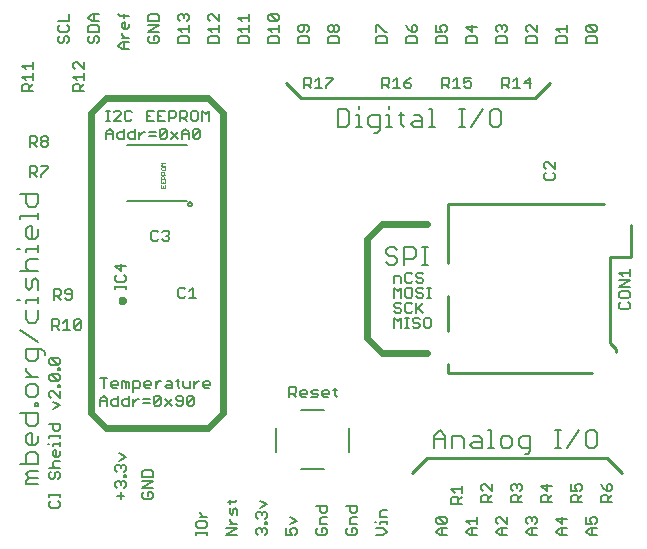
<source format=gto>
G75*
%MOIN*%
%OFA0B0*%
%FSLAX25Y25*%
%IPPOS*%
%LPD*%
%AMOC8*
5,1,8,0,0,1.08239X$1,22.5*
%
%ADD10C,0.00800*%
%ADD11C,0.00500*%
%ADD12C,0.01000*%
%ADD13C,0.02400*%
%ADD14C,0.00600*%
%ADD15C,0.00100*%
%ADD16C,0.00787*%
%ADD17C,0.01600*%
D10*
X0070600Y0041400D02*
X0066463Y0041400D01*
X0066463Y0042434D01*
X0067497Y0043468D01*
X0070600Y0043468D01*
X0067497Y0043468D02*
X0066463Y0044503D01*
X0067497Y0045537D01*
X0070600Y0045537D01*
X0064395Y0047845D02*
X0070600Y0047845D01*
X0070600Y0050948D01*
X0069566Y0051982D01*
X0067497Y0051982D01*
X0066463Y0050948D01*
X0066463Y0047845D01*
X0070600Y0057394D02*
X0070600Y0055325D01*
X0069566Y0054291D01*
X0067497Y0054291D01*
X0066463Y0055325D01*
X0066463Y0057394D01*
X0067497Y0058428D01*
X0068532Y0058428D01*
X0068532Y0054291D01*
X0064395Y0064873D02*
X0070600Y0064873D01*
X0070600Y0061771D01*
X0069566Y0060736D01*
X0067497Y0060736D01*
X0066463Y0061771D01*
X0066463Y0064873D01*
X0070600Y0067182D02*
X0069566Y0067182D01*
X0069566Y0068216D01*
X0070600Y0068216D01*
X0070600Y0067182D01*
X0070600Y0071439D02*
X0070600Y0073507D01*
X0069566Y0074542D01*
X0067497Y0074542D01*
X0066463Y0073507D01*
X0066463Y0071439D01*
X0067497Y0070405D01*
X0069566Y0070405D01*
X0070600Y0071439D01*
X0070600Y0076850D02*
X0066463Y0076850D01*
X0068532Y0076850D02*
X0066463Y0078919D01*
X0066463Y0079953D01*
X0072668Y0084290D02*
X0072668Y0085324D01*
X0071634Y0086358D01*
X0066463Y0086358D01*
X0066463Y0083256D01*
X0067497Y0082221D01*
X0069566Y0082221D01*
X0070600Y0083256D01*
X0070600Y0086358D01*
X0070600Y0088667D02*
X0064395Y0092804D01*
X0066463Y0099249D02*
X0066463Y0096147D01*
X0067497Y0095112D01*
X0069566Y0095112D01*
X0070600Y0096147D01*
X0070600Y0099249D01*
X0066463Y0101558D02*
X0066463Y0102592D01*
X0070600Y0102592D01*
X0070600Y0101558D02*
X0070600Y0103626D01*
X0064395Y0102592D02*
X0063360Y0102592D01*
X0070600Y0105855D02*
X0070600Y0108958D01*
X0069566Y0109992D01*
X0068532Y0108958D01*
X0068532Y0106889D01*
X0067497Y0105855D01*
X0066463Y0106889D01*
X0066463Y0109992D01*
X0064395Y0112300D02*
X0070600Y0112300D01*
X0067497Y0112300D02*
X0066463Y0113335D01*
X0066463Y0115403D01*
X0067497Y0116437D01*
X0070600Y0116437D01*
X0066463Y0118746D02*
X0066463Y0119780D01*
X0070600Y0119780D01*
X0070600Y0118746D02*
X0070600Y0120814D01*
X0064395Y0119780D02*
X0063360Y0119780D01*
X0070600Y0126146D02*
X0070600Y0124077D01*
X0069566Y0123043D01*
X0067497Y0123043D01*
X0066463Y0124077D01*
X0066463Y0126146D01*
X0067497Y0127180D01*
X0068532Y0127180D01*
X0068532Y0123043D01*
X0064395Y0129488D02*
X0064395Y0130523D01*
X0070600Y0130523D01*
X0070600Y0131557D02*
X0070600Y0129488D01*
X0064395Y0137922D02*
X0070600Y0137922D01*
X0070600Y0134820D01*
X0069566Y0133785D01*
X0067497Y0133785D01*
X0066463Y0134820D01*
X0066463Y0137922D01*
X0202400Y0053400D02*
X0202400Y0057270D01*
X0204335Y0059205D01*
X0206270Y0057270D01*
X0206270Y0053400D01*
X0206270Y0056302D02*
X0202400Y0056302D01*
X0208477Y0053400D02*
X0208477Y0057270D01*
X0211380Y0057270D01*
X0212347Y0056302D01*
X0212347Y0053400D01*
X0215522Y0057270D02*
X0217457Y0057270D01*
X0218424Y0056302D01*
X0218424Y0053400D01*
X0215522Y0053400D01*
X0214554Y0054367D01*
X0215522Y0055335D01*
X0218424Y0055335D01*
X0220632Y0059205D02*
X0221599Y0059205D01*
X0221599Y0053400D01*
X0220632Y0053400D02*
X0222567Y0053400D01*
X0225651Y0053400D02*
X0227585Y0053400D01*
X0228553Y0054367D01*
X0228553Y0056302D01*
X0227585Y0057270D01*
X0225651Y0057270D01*
X0224683Y0056302D01*
X0224683Y0054367D01*
X0225651Y0053400D01*
X0232695Y0051465D02*
X0233663Y0051465D01*
X0234630Y0052433D01*
X0234630Y0057270D01*
X0231728Y0057270D01*
X0230760Y0056302D01*
X0230760Y0054367D01*
X0231728Y0053400D01*
X0234630Y0053400D01*
X0242915Y0053400D02*
X0244850Y0053400D01*
X0243882Y0053400D02*
X0243882Y0059205D01*
X0242915Y0059205D02*
X0244850Y0059205D01*
X0250836Y0059205D02*
X0246966Y0053400D01*
X0255946Y0059205D02*
X0254011Y0059205D01*
X0253043Y0058237D01*
X0253043Y0054367D01*
X0254011Y0053400D01*
X0255946Y0053400D01*
X0256913Y0054367D01*
X0256913Y0058237D01*
X0255946Y0059205D01*
X0190270Y0119237D02*
X0189302Y0120205D01*
X0187367Y0120205D01*
X0186400Y0119237D01*
X0186400Y0118270D01*
X0187367Y0117302D01*
X0189302Y0117302D01*
X0190270Y0116335D01*
X0190270Y0115367D01*
X0189302Y0114400D01*
X0187367Y0114400D01*
X0186400Y0115367D01*
X0192477Y0114400D02*
X0192477Y0120205D01*
X0195380Y0120205D01*
X0196347Y0119237D01*
X0196347Y0117302D01*
X0195380Y0116335D01*
X0192477Y0116335D01*
X0198554Y0114400D02*
X0200489Y0114400D01*
X0199522Y0114400D02*
X0199522Y0120205D01*
X0200489Y0120205D02*
X0198554Y0120205D01*
X0170400Y0166205D02*
X0170400Y0160400D01*
X0173302Y0160400D01*
X0174270Y0161367D01*
X0174270Y0165237D01*
X0173302Y0166205D01*
X0170400Y0166205D01*
X0176477Y0164270D02*
X0177445Y0164270D01*
X0177445Y0160400D01*
X0178412Y0160400D02*
X0176477Y0160400D01*
X0177445Y0166205D02*
X0177445Y0167172D01*
X0182464Y0158465D02*
X0183431Y0158465D01*
X0184399Y0159433D01*
X0184399Y0164270D01*
X0181496Y0164270D01*
X0180529Y0163302D01*
X0180529Y0161367D01*
X0181496Y0160400D01*
X0184399Y0160400D01*
X0186606Y0164270D02*
X0187573Y0164270D01*
X0187573Y0160400D01*
X0186606Y0160400D02*
X0188541Y0160400D01*
X0187573Y0166205D02*
X0187573Y0167172D01*
X0191625Y0165237D02*
X0191625Y0161367D01*
X0192592Y0160400D01*
X0192592Y0164270D02*
X0190657Y0164270D01*
X0195676Y0164270D02*
X0197611Y0164270D01*
X0198579Y0163302D01*
X0198579Y0160400D01*
X0195676Y0160400D01*
X0194709Y0161367D01*
X0195676Y0162335D01*
X0198579Y0162335D01*
X0200786Y0166205D02*
X0201753Y0166205D01*
X0201753Y0160400D01*
X0200786Y0160400D02*
X0202721Y0160400D01*
X0210915Y0160400D02*
X0212850Y0160400D01*
X0211882Y0160400D02*
X0211882Y0166205D01*
X0210915Y0166205D02*
X0212850Y0166205D01*
X0218836Y0166205D02*
X0214966Y0160400D01*
X0223946Y0166205D02*
X0222011Y0166205D01*
X0221043Y0165237D01*
X0221043Y0161367D01*
X0222011Y0160400D01*
X0223946Y0160400D01*
X0224913Y0161367D01*
X0224913Y0165237D01*
X0223946Y0166205D01*
D11*
X0253247Y0188250D02*
X0256750Y0188250D01*
X0256750Y0190001D01*
X0256166Y0190585D01*
X0253831Y0190585D01*
X0253247Y0190001D01*
X0253247Y0188250D01*
X0256166Y0191933D02*
X0253831Y0191933D01*
X0253247Y0192517D01*
X0253247Y0193685D01*
X0253831Y0194268D01*
X0256166Y0194268D01*
X0256750Y0193685D01*
X0256750Y0192517D01*
X0256166Y0191933D01*
X0253831Y0194268D01*
X0243247Y0188250D02*
X0246750Y0188250D01*
X0246750Y0190001D01*
X0246166Y0190585D01*
X0243831Y0190585D01*
X0243247Y0190001D01*
X0243247Y0188250D01*
X0244415Y0191933D02*
X0243247Y0193101D01*
X0246750Y0193101D01*
X0246750Y0194268D02*
X0246750Y0191933D01*
X0233247Y0188250D02*
X0236750Y0188250D01*
X0236750Y0190001D01*
X0236166Y0190585D01*
X0233831Y0190585D01*
X0233247Y0190001D01*
X0233247Y0188250D01*
X0236750Y0194268D02*
X0236750Y0191933D01*
X0234415Y0194268D01*
X0233831Y0194268D01*
X0233247Y0193685D01*
X0233247Y0192517D01*
X0233831Y0191933D01*
X0223247Y0188250D02*
X0226750Y0188250D01*
X0226750Y0190001D01*
X0226166Y0190585D01*
X0223831Y0190585D01*
X0223247Y0190001D01*
X0223247Y0188250D01*
X0223831Y0191933D02*
X0223247Y0192517D01*
X0223247Y0193685D01*
X0223831Y0194268D01*
X0224415Y0194268D01*
X0224999Y0193685D01*
X0224999Y0193101D01*
X0224999Y0193685D02*
X0225582Y0194268D01*
X0226166Y0194268D01*
X0226750Y0193685D01*
X0226750Y0192517D01*
X0226166Y0191933D01*
X0213247Y0188250D02*
X0216750Y0188250D01*
X0216750Y0190001D01*
X0216166Y0190585D01*
X0213831Y0190585D01*
X0213247Y0190001D01*
X0213247Y0188250D01*
X0216750Y0193685D02*
X0213247Y0193685D01*
X0214999Y0191933D01*
X0214999Y0194268D01*
X0203247Y0188250D02*
X0206750Y0188250D01*
X0206750Y0190001D01*
X0206166Y0190585D01*
X0203831Y0190585D01*
X0203247Y0190001D01*
X0203247Y0188250D01*
X0203247Y0194268D02*
X0203247Y0191933D01*
X0204999Y0191933D01*
X0204415Y0193101D01*
X0204415Y0193685D01*
X0204999Y0194268D01*
X0206166Y0194268D01*
X0206750Y0193685D01*
X0206750Y0192517D01*
X0206166Y0191933D01*
X0193247Y0188250D02*
X0196750Y0188250D01*
X0196750Y0190001D01*
X0196166Y0190585D01*
X0193831Y0190585D01*
X0193247Y0190001D01*
X0193247Y0188250D01*
X0193247Y0194268D02*
X0193831Y0193101D01*
X0194999Y0191933D01*
X0196166Y0191933D01*
X0196750Y0192517D01*
X0196750Y0193685D01*
X0196166Y0194268D01*
X0195582Y0194268D01*
X0194999Y0193685D01*
X0194999Y0191933D01*
X0183247Y0188250D02*
X0186750Y0188250D01*
X0186750Y0190001D01*
X0186166Y0190585D01*
X0183831Y0190585D01*
X0183247Y0190001D01*
X0183247Y0188250D01*
X0183247Y0191933D02*
X0183247Y0194268D01*
X0183831Y0194268D01*
X0186166Y0191933D01*
X0186750Y0191933D01*
X0167247Y0188250D02*
X0170750Y0188250D01*
X0170750Y0190001D01*
X0170166Y0190585D01*
X0167831Y0190585D01*
X0167247Y0190001D01*
X0167247Y0188250D01*
X0167831Y0191933D02*
X0167247Y0192517D01*
X0167247Y0193685D01*
X0167831Y0194268D01*
X0168415Y0194268D01*
X0168999Y0193685D01*
X0169582Y0194268D01*
X0170166Y0194268D01*
X0170750Y0193685D01*
X0170750Y0192517D01*
X0170166Y0191933D01*
X0169582Y0191933D01*
X0168999Y0192517D01*
X0168415Y0191933D01*
X0167831Y0191933D01*
X0168999Y0192517D02*
X0168999Y0193685D01*
X0157247Y0188250D02*
X0160750Y0188250D01*
X0160750Y0190001D01*
X0160166Y0190585D01*
X0157831Y0190585D01*
X0157247Y0190001D01*
X0157247Y0188250D01*
X0160166Y0191933D02*
X0160750Y0192517D01*
X0160750Y0193685D01*
X0160166Y0194268D01*
X0157831Y0194268D01*
X0157247Y0193685D01*
X0157247Y0192517D01*
X0157831Y0191933D01*
X0158415Y0191933D01*
X0158999Y0192517D01*
X0158999Y0194268D01*
X0147247Y0188250D02*
X0150750Y0188250D01*
X0150750Y0190001D01*
X0150166Y0190585D01*
X0147831Y0190585D01*
X0147247Y0190001D01*
X0147247Y0188250D01*
X0148415Y0191933D02*
X0147247Y0193101D01*
X0150750Y0193101D01*
X0150750Y0194268D02*
X0150750Y0191933D01*
X0150166Y0195616D02*
X0147831Y0195616D01*
X0147247Y0196200D01*
X0147247Y0197368D01*
X0147831Y0197952D01*
X0150166Y0197952D01*
X0150750Y0197368D01*
X0150750Y0196200D01*
X0150166Y0195616D01*
X0147831Y0197952D01*
X0137247Y0188250D02*
X0140750Y0188250D01*
X0140750Y0190001D01*
X0140166Y0190585D01*
X0137831Y0190585D01*
X0137247Y0190001D01*
X0137247Y0188250D01*
X0138415Y0191933D02*
X0137247Y0193101D01*
X0140750Y0193101D01*
X0140750Y0194268D02*
X0140750Y0191933D01*
X0138415Y0195616D02*
X0137247Y0196784D01*
X0140750Y0196784D01*
X0140750Y0195616D02*
X0140750Y0197952D01*
X0127247Y0188250D02*
X0130750Y0188250D01*
X0130750Y0190001D01*
X0130166Y0190585D01*
X0127831Y0190585D01*
X0127247Y0190001D01*
X0127247Y0188250D01*
X0128415Y0191933D02*
X0127247Y0193101D01*
X0130750Y0193101D01*
X0130750Y0194268D02*
X0130750Y0191933D01*
X0130750Y0197952D02*
X0130750Y0195616D01*
X0128415Y0197952D01*
X0127831Y0197952D01*
X0127247Y0197368D01*
X0127247Y0196200D01*
X0127831Y0195616D01*
X0117247Y0188250D02*
X0120750Y0188250D01*
X0120750Y0190001D01*
X0120166Y0190585D01*
X0117831Y0190585D01*
X0117247Y0190001D01*
X0117247Y0188250D01*
X0118415Y0191933D02*
X0117247Y0193101D01*
X0120750Y0193101D01*
X0120750Y0194268D02*
X0120750Y0191933D01*
X0117831Y0195616D02*
X0117247Y0196200D01*
X0117247Y0197368D01*
X0117831Y0197952D01*
X0118415Y0197952D01*
X0118999Y0197368D01*
X0118999Y0196784D01*
X0118999Y0197368D02*
X0119582Y0197952D01*
X0120166Y0197952D01*
X0120750Y0197368D01*
X0120750Y0196200D01*
X0120166Y0195616D01*
X0107831Y0190585D02*
X0107247Y0190001D01*
X0107247Y0188834D01*
X0107831Y0188250D01*
X0110166Y0188250D01*
X0110750Y0188834D01*
X0110750Y0190001D01*
X0110166Y0190585D01*
X0108999Y0190585D01*
X0108999Y0189418D01*
X0110750Y0191933D02*
X0107247Y0191933D01*
X0110750Y0194268D01*
X0107247Y0194268D01*
X0107247Y0195616D02*
X0110750Y0195616D01*
X0110750Y0197368D01*
X0110166Y0197952D01*
X0107831Y0197952D01*
X0107247Y0197368D01*
X0107247Y0195616D01*
X0100750Y0186250D02*
X0098415Y0186250D01*
X0097247Y0187418D01*
X0098415Y0188585D01*
X0100750Y0188585D01*
X0098999Y0188585D02*
X0098999Y0186250D01*
X0098415Y0189933D02*
X0100750Y0189933D01*
X0099582Y0189933D02*
X0098415Y0191101D01*
X0098415Y0191685D01*
X0100750Y0194754D02*
X0100750Y0193586D01*
X0100166Y0193002D01*
X0098999Y0193002D01*
X0098415Y0193586D01*
X0098415Y0194754D01*
X0098999Y0195338D01*
X0099582Y0195338D01*
X0099582Y0193002D01*
X0100750Y0197269D02*
X0097831Y0197269D01*
X0097247Y0197853D01*
X0098999Y0197853D02*
X0098999Y0196686D01*
X0087831Y0190585D02*
X0087247Y0190001D01*
X0087247Y0188834D01*
X0087831Y0188250D01*
X0088415Y0188250D01*
X0088999Y0188834D01*
X0088999Y0190001D01*
X0089582Y0190585D01*
X0090166Y0190585D01*
X0090750Y0190001D01*
X0090750Y0188834D01*
X0090166Y0188250D01*
X0087247Y0191933D02*
X0090750Y0191933D01*
X0090750Y0193685D01*
X0090166Y0194268D01*
X0087831Y0194268D01*
X0087247Y0193685D01*
X0087247Y0191933D01*
X0090750Y0195616D02*
X0088415Y0195616D01*
X0087247Y0196784D01*
X0088415Y0197952D01*
X0090750Y0197952D01*
X0088999Y0197952D02*
X0088999Y0195616D01*
X0077831Y0190585D02*
X0077247Y0190001D01*
X0077247Y0188834D01*
X0077831Y0188250D01*
X0078415Y0188250D01*
X0078999Y0188834D01*
X0078999Y0190001D01*
X0079582Y0190585D01*
X0080166Y0190585D01*
X0080750Y0190001D01*
X0080750Y0188834D01*
X0080166Y0188250D01*
X0077831Y0194268D02*
X0077247Y0193685D01*
X0077247Y0192517D01*
X0077831Y0191933D01*
X0080166Y0191933D01*
X0080750Y0192517D01*
X0080750Y0193685D01*
X0080166Y0194268D01*
X0077247Y0195616D02*
X0080750Y0195616D01*
X0080750Y0197952D01*
X0256750Y0024250D02*
X0254415Y0024250D01*
X0253247Y0025418D01*
X0254415Y0026585D01*
X0256750Y0026585D01*
X0254999Y0026585D02*
X0254999Y0024250D01*
X0253247Y0030268D02*
X0253247Y0027933D01*
X0254999Y0027933D01*
X0254415Y0029101D01*
X0254415Y0029685D01*
X0254999Y0030268D01*
X0256166Y0030268D01*
X0256750Y0029685D01*
X0256750Y0028517D01*
X0256166Y0027933D01*
X0246750Y0024250D02*
X0244415Y0024250D01*
X0243247Y0025418D01*
X0244415Y0026585D01*
X0246750Y0026585D01*
X0244999Y0026585D02*
X0244999Y0024250D01*
X0246750Y0029685D02*
X0243247Y0029685D01*
X0244999Y0027933D01*
X0244999Y0030268D01*
X0236750Y0024250D02*
X0234415Y0024250D01*
X0233247Y0025418D01*
X0234415Y0026585D01*
X0236750Y0026585D01*
X0234999Y0026585D02*
X0234999Y0024250D01*
X0233831Y0027933D02*
X0233247Y0028517D01*
X0233247Y0029685D01*
X0233831Y0030268D01*
X0234415Y0030268D01*
X0234999Y0029685D01*
X0234999Y0029101D01*
X0234999Y0029685D02*
X0235582Y0030268D01*
X0236166Y0030268D01*
X0236750Y0029685D01*
X0236750Y0028517D01*
X0236166Y0027933D01*
X0226750Y0024250D02*
X0224415Y0024250D01*
X0223247Y0025418D01*
X0224415Y0026585D01*
X0226750Y0026585D01*
X0224999Y0026585D02*
X0224999Y0024250D01*
X0226750Y0030268D02*
X0226750Y0027933D01*
X0224415Y0030268D01*
X0223831Y0030268D01*
X0223247Y0029685D01*
X0223247Y0028517D01*
X0223831Y0027933D01*
X0216750Y0024250D02*
X0214415Y0024250D01*
X0213247Y0025418D01*
X0214415Y0026585D01*
X0216750Y0026585D01*
X0214999Y0026585D02*
X0214999Y0024250D01*
X0214415Y0027933D02*
X0213247Y0029101D01*
X0216750Y0029101D01*
X0216750Y0030268D02*
X0216750Y0027933D01*
X0206750Y0024250D02*
X0204415Y0024250D01*
X0203247Y0025418D01*
X0204415Y0026585D01*
X0206750Y0026585D01*
X0204999Y0026585D02*
X0204999Y0024250D01*
X0206166Y0027933D02*
X0203831Y0027933D01*
X0203247Y0028517D01*
X0203247Y0029685D01*
X0203831Y0030268D01*
X0206166Y0030268D01*
X0206750Y0029685D01*
X0206750Y0028517D01*
X0206166Y0027933D01*
X0203831Y0030268D01*
X0183247Y0024250D02*
X0185582Y0024250D01*
X0186750Y0025418D01*
X0185582Y0026585D01*
X0183247Y0026585D01*
X0184415Y0027933D02*
X0184415Y0028517D01*
X0186750Y0028517D01*
X0186750Y0027933D02*
X0186750Y0029101D01*
X0183247Y0028517D02*
X0182663Y0028517D01*
X0186750Y0030389D02*
X0184415Y0030389D01*
X0184415Y0032140D01*
X0184999Y0032724D01*
X0186750Y0032724D01*
X0173831Y0026585D02*
X0173247Y0026001D01*
X0173247Y0024834D01*
X0173831Y0024250D01*
X0176166Y0024250D01*
X0176750Y0024834D01*
X0176750Y0026001D01*
X0176166Y0026585D01*
X0174999Y0026585D01*
X0174999Y0025418D01*
X0176750Y0027933D02*
X0174415Y0027933D01*
X0174415Y0029685D01*
X0174999Y0030268D01*
X0176750Y0030268D01*
X0173247Y0033952D02*
X0176750Y0033952D01*
X0176750Y0032200D01*
X0176166Y0031616D01*
X0174999Y0031616D01*
X0174415Y0032200D01*
X0174415Y0033952D01*
X0153247Y0026585D02*
X0153247Y0024250D01*
X0154999Y0024250D01*
X0154415Y0025418D01*
X0154415Y0026001D01*
X0154999Y0026585D01*
X0156166Y0026585D01*
X0156750Y0026001D01*
X0156750Y0024834D01*
X0156166Y0024250D01*
X0154415Y0027933D02*
X0156750Y0029101D01*
X0154415Y0030268D01*
X0143831Y0024250D02*
X0143247Y0024834D01*
X0143247Y0026001D01*
X0143831Y0026585D01*
X0144415Y0026585D01*
X0144999Y0026001D01*
X0144999Y0025418D01*
X0144999Y0026001D02*
X0145582Y0026585D01*
X0146166Y0026585D01*
X0146750Y0026001D01*
X0146750Y0024834D01*
X0146166Y0024250D01*
X0146750Y0027933D02*
X0146166Y0027933D01*
X0146166Y0028517D01*
X0146750Y0028517D01*
X0146750Y0027933D01*
X0143831Y0029775D02*
X0143247Y0030359D01*
X0143247Y0031526D01*
X0143831Y0032110D01*
X0144415Y0032110D01*
X0144999Y0031526D01*
X0144999Y0030942D01*
X0144999Y0031526D02*
X0145582Y0032110D01*
X0146166Y0032110D01*
X0146750Y0031526D01*
X0146750Y0030359D01*
X0146166Y0029775D01*
X0144415Y0033458D02*
X0146750Y0034626D01*
X0144415Y0035793D01*
X0163831Y0026585D02*
X0163247Y0026001D01*
X0163247Y0024834D01*
X0163831Y0024250D01*
X0166166Y0024250D01*
X0166750Y0024834D01*
X0166750Y0026001D01*
X0166166Y0026585D01*
X0164999Y0026585D01*
X0164999Y0025418D01*
X0166750Y0027933D02*
X0164415Y0027933D01*
X0164415Y0029685D01*
X0164999Y0030268D01*
X0166750Y0030268D01*
X0163247Y0033952D02*
X0166750Y0033952D01*
X0166750Y0032200D01*
X0166166Y0031616D01*
X0164999Y0031616D01*
X0164415Y0032200D01*
X0164415Y0033952D01*
X0136750Y0024250D02*
X0133247Y0024250D01*
X0136750Y0026585D01*
X0133247Y0026585D01*
X0134415Y0027933D02*
X0136750Y0027933D01*
X0135582Y0027933D02*
X0134415Y0029101D01*
X0134415Y0029685D01*
X0136750Y0031002D02*
X0136750Y0032754D01*
X0136166Y0033338D01*
X0135582Y0032754D01*
X0135582Y0031586D01*
X0134999Y0031002D01*
X0134415Y0031586D01*
X0134415Y0033338D01*
X0133831Y0035269D02*
X0136166Y0035269D01*
X0136750Y0035853D01*
X0134415Y0035853D02*
X0134415Y0034686D01*
X0126750Y0025418D02*
X0126750Y0024250D01*
X0126750Y0024834D02*
X0123247Y0024834D01*
X0123247Y0024250D02*
X0123247Y0025418D01*
X0123247Y0028457D02*
X0123247Y0027289D01*
X0123831Y0026705D01*
X0126166Y0026705D01*
X0126750Y0027289D01*
X0126750Y0028457D01*
X0126166Y0029041D01*
X0123831Y0029041D01*
X0123247Y0028457D01*
X0124415Y0030389D02*
X0126750Y0030389D01*
X0125582Y0030389D02*
X0124415Y0031556D01*
X0124415Y0032140D01*
X0189250Y0108250D02*
X0189250Y0110585D01*
X0191001Y0110585D01*
X0191585Y0110001D01*
X0191585Y0108250D01*
X0195268Y0111169D02*
X0194685Y0111753D01*
X0193517Y0111753D01*
X0192933Y0111169D01*
X0192933Y0108834D01*
X0193517Y0108250D01*
X0194685Y0108250D01*
X0195268Y0108834D01*
X0198952Y0111169D02*
X0198368Y0111753D01*
X0197200Y0111753D01*
X0196616Y0111169D01*
X0196616Y0110585D01*
X0197200Y0110001D01*
X0198368Y0110001D01*
X0198952Y0109418D01*
X0198952Y0108834D01*
X0198368Y0108250D01*
X0197200Y0108250D01*
X0196616Y0108834D01*
X0189250Y0103250D02*
X0189250Y0106753D01*
X0190418Y0105585D01*
X0191585Y0106753D01*
X0191585Y0103250D01*
X0194685Y0106753D02*
X0193517Y0106753D01*
X0192933Y0106169D01*
X0192933Y0103834D01*
X0193517Y0103250D01*
X0194685Y0103250D01*
X0195268Y0103834D01*
X0195268Y0106169D01*
X0194685Y0106753D01*
X0198952Y0106169D02*
X0198368Y0106753D01*
X0197200Y0106753D01*
X0196616Y0106169D01*
X0196616Y0105585D01*
X0197200Y0105001D01*
X0198368Y0105001D01*
X0198952Y0104418D01*
X0198952Y0103834D01*
X0198368Y0103250D01*
X0197200Y0103250D01*
X0196616Y0103834D01*
X0200299Y0103250D02*
X0201467Y0103250D01*
X0200883Y0103250D02*
X0200883Y0106753D01*
X0200299Y0106753D02*
X0201467Y0106753D01*
X0189250Y0093250D02*
X0189250Y0096753D01*
X0190418Y0095585D01*
X0191585Y0096753D01*
X0191585Y0093250D01*
X0192933Y0093250D02*
X0194101Y0093250D01*
X0193517Y0093250D02*
X0193517Y0096753D01*
X0192933Y0096753D02*
X0194101Y0096753D01*
X0197724Y0096169D02*
X0197140Y0096753D01*
X0195972Y0096753D01*
X0195389Y0096169D01*
X0195389Y0095585D01*
X0195972Y0095001D01*
X0197140Y0095001D01*
X0197724Y0094418D01*
X0197724Y0093834D01*
X0197140Y0093250D01*
X0195972Y0093250D01*
X0195389Y0093834D01*
X0200823Y0096753D02*
X0199656Y0096753D01*
X0199072Y0096169D01*
X0199072Y0093834D01*
X0199656Y0093250D01*
X0200823Y0093250D01*
X0201407Y0093834D01*
X0201407Y0096169D01*
X0200823Y0096753D01*
X0191585Y0101169D02*
X0191001Y0101753D01*
X0189834Y0101753D01*
X0189250Y0101169D01*
X0189250Y0100585D01*
X0189834Y0100001D01*
X0191001Y0100001D01*
X0191585Y0099418D01*
X0191585Y0098834D01*
X0191001Y0098250D01*
X0189834Y0098250D01*
X0189250Y0098834D01*
X0195268Y0101169D02*
X0194685Y0101753D01*
X0193517Y0101753D01*
X0192933Y0101169D01*
X0192933Y0098834D01*
X0193517Y0098250D01*
X0194685Y0098250D01*
X0195268Y0098834D01*
X0196616Y0098250D02*
X0196616Y0101753D01*
X0196616Y0099418D02*
X0198952Y0101753D01*
X0197200Y0100001D02*
X0198952Y0098250D01*
X0094418Y0162250D02*
X0093250Y0162250D01*
X0093834Y0162250D02*
X0093834Y0165753D01*
X0093250Y0165753D02*
X0094418Y0165753D01*
X0098041Y0162250D02*
X0095705Y0162250D01*
X0098041Y0164585D01*
X0098041Y0165169D01*
X0097457Y0165753D01*
X0096289Y0165753D01*
X0095705Y0165169D01*
X0101724Y0165169D02*
X0101140Y0165753D01*
X0099972Y0165753D01*
X0099389Y0165169D01*
X0099389Y0162834D01*
X0099972Y0162250D01*
X0101140Y0162250D01*
X0101724Y0162834D01*
X0109090Y0165753D02*
X0106755Y0165753D01*
X0106755Y0162250D01*
X0109090Y0162250D01*
X0107923Y0164001D02*
X0106755Y0164001D01*
X0112773Y0165753D02*
X0110438Y0165753D01*
X0110438Y0162250D01*
X0112773Y0162250D01*
X0111606Y0164001D02*
X0110438Y0164001D01*
X0114121Y0162250D02*
X0114121Y0165753D01*
X0115873Y0165753D01*
X0116456Y0165169D01*
X0116456Y0164001D01*
X0115873Y0163418D01*
X0114121Y0163418D01*
X0117804Y0162250D02*
X0117804Y0165753D01*
X0119556Y0165753D01*
X0120140Y0165169D01*
X0120140Y0164001D01*
X0119556Y0163418D01*
X0117804Y0163418D01*
X0118972Y0163418D02*
X0120140Y0162250D01*
X0123239Y0165753D02*
X0122071Y0165753D01*
X0121487Y0165169D01*
X0121487Y0162834D01*
X0122071Y0162250D01*
X0123239Y0162250D01*
X0123823Y0162834D01*
X0123823Y0165169D01*
X0123239Y0165753D01*
X0125171Y0162250D02*
X0125171Y0165753D01*
X0126338Y0164585D01*
X0127506Y0165753D01*
X0127506Y0162250D01*
X0092418Y0076753D02*
X0092418Y0073250D01*
X0091250Y0076753D02*
X0093585Y0076753D01*
X0096685Y0073250D02*
X0095517Y0073250D01*
X0094933Y0073834D01*
X0094933Y0075001D01*
X0095517Y0075585D01*
X0096685Y0075585D01*
X0097268Y0075001D01*
X0097268Y0074418D01*
X0094933Y0074418D01*
X0098616Y0073250D02*
X0098616Y0075585D01*
X0099200Y0075585D01*
X0099784Y0075001D01*
X0099784Y0073250D01*
X0099784Y0075001D02*
X0100368Y0075585D01*
X0100952Y0075001D01*
X0100952Y0073250D01*
X0102299Y0072082D02*
X0102299Y0075585D01*
X0104051Y0075585D01*
X0104635Y0075001D01*
X0104635Y0073834D01*
X0104051Y0073250D01*
X0102299Y0073250D01*
X0107734Y0073250D02*
X0106566Y0073250D01*
X0105983Y0073834D01*
X0105983Y0075001D01*
X0106566Y0075585D01*
X0107734Y0075585D01*
X0108318Y0075001D01*
X0108318Y0074418D01*
X0105983Y0074418D01*
X0109666Y0073250D02*
X0109666Y0075585D01*
X0109666Y0074418D02*
X0110833Y0075585D01*
X0111417Y0075585D01*
X0113319Y0075585D02*
X0114486Y0075585D01*
X0115070Y0075001D01*
X0115070Y0073250D01*
X0113319Y0073250D01*
X0112735Y0073834D01*
X0113319Y0074418D01*
X0115070Y0074418D01*
X0117002Y0076169D02*
X0117002Y0073834D01*
X0117586Y0073250D01*
X0117586Y0075585D02*
X0116418Y0075585D01*
X0118874Y0075585D02*
X0118874Y0073834D01*
X0119457Y0073250D01*
X0121209Y0073250D01*
X0121209Y0075585D01*
X0122557Y0075585D02*
X0122557Y0073250D01*
X0122557Y0074418D02*
X0123724Y0075585D01*
X0124308Y0075585D01*
X0127377Y0073250D02*
X0126210Y0073250D01*
X0125626Y0073834D01*
X0125626Y0075001D01*
X0126210Y0075585D01*
X0127377Y0075585D01*
X0127961Y0075001D01*
X0127961Y0074418D01*
X0125626Y0074418D01*
X0093250Y0156250D02*
X0093250Y0158585D01*
X0094418Y0159753D01*
X0095585Y0158585D01*
X0095585Y0156250D01*
X0095585Y0158001D02*
X0093250Y0158001D01*
X0099268Y0159753D02*
X0099268Y0156250D01*
X0097517Y0156250D01*
X0096933Y0156834D01*
X0096933Y0158001D01*
X0097517Y0158585D01*
X0099268Y0158585D01*
X0102952Y0159753D02*
X0102952Y0156250D01*
X0101200Y0156250D01*
X0100616Y0156834D01*
X0100616Y0158001D01*
X0101200Y0158585D01*
X0102952Y0158585D01*
X0104299Y0158585D02*
X0104299Y0156250D01*
X0104299Y0157418D02*
X0105467Y0158585D01*
X0106051Y0158585D01*
X0107369Y0157418D02*
X0109704Y0157418D01*
X0109704Y0158585D02*
X0107369Y0158585D01*
X0111052Y0156834D02*
X0111052Y0159169D01*
X0111636Y0159753D01*
X0112803Y0159753D01*
X0113387Y0159169D01*
X0113387Y0156834D01*
X0112803Y0156250D01*
X0111636Y0156250D01*
X0111052Y0156834D01*
X0113387Y0159169D01*
X0114735Y0158585D02*
X0117070Y0156250D01*
X0114735Y0156250D02*
X0117070Y0158585D01*
X0118418Y0156250D02*
X0118418Y0158585D01*
X0119586Y0159753D01*
X0120753Y0158585D01*
X0120753Y0156250D01*
X0120753Y0158001D02*
X0118418Y0158001D01*
X0122101Y0156834D02*
X0122101Y0159169D01*
X0122685Y0159753D01*
X0123853Y0159753D01*
X0124437Y0159169D01*
X0124437Y0156834D01*
X0123853Y0156250D01*
X0122685Y0156250D01*
X0122101Y0156834D01*
X0124437Y0159169D01*
X0091250Y0067250D02*
X0091250Y0069585D01*
X0092418Y0070753D01*
X0093585Y0069585D01*
X0093585Y0067250D01*
X0093585Y0069001D02*
X0091250Y0069001D01*
X0097268Y0070753D02*
X0097268Y0067250D01*
X0095517Y0067250D01*
X0094933Y0067834D01*
X0094933Y0069001D01*
X0095517Y0069585D01*
X0097268Y0069585D01*
X0100952Y0070753D02*
X0100952Y0067250D01*
X0099200Y0067250D01*
X0098616Y0067834D01*
X0098616Y0069001D01*
X0099200Y0069585D01*
X0100952Y0069585D01*
X0102299Y0069585D02*
X0102299Y0067250D01*
X0102299Y0068418D02*
X0103467Y0069585D01*
X0104051Y0069585D01*
X0105369Y0068418D02*
X0107704Y0068418D01*
X0107704Y0069585D02*
X0105369Y0069585D01*
X0109052Y0067834D02*
X0109052Y0070169D01*
X0109636Y0070753D01*
X0110803Y0070753D01*
X0111387Y0070169D01*
X0111387Y0067834D01*
X0110803Y0067250D01*
X0109636Y0067250D01*
X0109052Y0067834D01*
X0111387Y0070169D01*
X0112735Y0069585D02*
X0115070Y0067250D01*
X0112735Y0067250D02*
X0115070Y0069585D01*
X0116418Y0067834D02*
X0117002Y0067250D01*
X0118170Y0067250D01*
X0118753Y0067834D01*
X0118753Y0070169D01*
X0118170Y0070753D01*
X0117002Y0070753D01*
X0116418Y0070169D01*
X0116418Y0069585D01*
X0117002Y0069001D01*
X0118753Y0069001D01*
X0120101Y0067834D02*
X0120101Y0070169D01*
X0120685Y0070753D01*
X0121853Y0070753D01*
X0122437Y0070169D01*
X0122437Y0067834D01*
X0121853Y0067250D01*
X0120685Y0067250D01*
X0120101Y0067834D01*
X0122437Y0070169D01*
X0074831Y0035585D02*
X0074247Y0035001D01*
X0074247Y0033834D01*
X0074831Y0033250D01*
X0077166Y0033250D01*
X0077750Y0033834D01*
X0077750Y0035001D01*
X0077166Y0035585D01*
X0077750Y0036933D02*
X0077750Y0038101D01*
X0077750Y0037517D02*
X0074247Y0037517D01*
X0074247Y0036933D02*
X0074247Y0038101D01*
X0074831Y0045407D02*
X0074247Y0044823D01*
X0074247Y0043656D01*
X0074831Y0043072D01*
X0075415Y0043072D01*
X0075999Y0043656D01*
X0075999Y0044823D01*
X0076582Y0045407D01*
X0077166Y0045407D01*
X0077750Y0044823D01*
X0077750Y0043656D01*
X0077166Y0043072D01*
X0077750Y0046755D02*
X0074247Y0046755D01*
X0075999Y0046755D02*
X0075415Y0047339D01*
X0075415Y0048506D01*
X0075999Y0049090D01*
X0077750Y0049090D01*
X0077750Y0052189D02*
X0077750Y0051022D01*
X0077166Y0050438D01*
X0075999Y0050438D01*
X0075415Y0051022D01*
X0075415Y0052189D01*
X0075999Y0052773D01*
X0076582Y0052773D01*
X0076582Y0050438D01*
X0075415Y0054121D02*
X0075415Y0054705D01*
X0077750Y0054705D01*
X0077750Y0054121D02*
X0077750Y0055289D01*
X0074247Y0054705D02*
X0073663Y0054705D01*
X0074247Y0056577D02*
X0074247Y0057160D01*
X0077750Y0057160D01*
X0077750Y0056577D02*
X0077750Y0057744D01*
X0074247Y0061367D02*
X0077750Y0061367D01*
X0077750Y0059616D01*
X0077166Y0059032D01*
X0075999Y0059032D01*
X0075415Y0059616D01*
X0075415Y0061367D01*
X0075415Y0066398D02*
X0077750Y0067566D01*
X0075415Y0068734D01*
X0077750Y0072417D02*
X0077750Y0070081D01*
X0075415Y0072417D01*
X0074831Y0072417D01*
X0074247Y0071833D01*
X0074247Y0070665D01*
X0074831Y0070081D01*
X0077750Y0073765D02*
X0077166Y0073765D01*
X0077166Y0074348D01*
X0077750Y0074348D01*
X0077750Y0073765D01*
X0077166Y0075606D02*
X0074831Y0075606D01*
X0074247Y0076190D01*
X0074247Y0077358D01*
X0074831Y0077941D01*
X0077166Y0077941D01*
X0077750Y0077358D01*
X0077750Y0076190D01*
X0077166Y0075606D01*
X0074831Y0077941D01*
X0077750Y0079289D02*
X0077166Y0079289D01*
X0077166Y0079873D01*
X0077750Y0079873D01*
X0077750Y0079289D01*
X0077166Y0081131D02*
X0074831Y0081131D01*
X0074247Y0081715D01*
X0074247Y0082882D01*
X0074831Y0083466D01*
X0077166Y0083466D01*
X0077750Y0082882D01*
X0077750Y0081715D01*
X0077166Y0081131D01*
X0074831Y0083466D01*
X0154250Y0070250D02*
X0154250Y0073753D01*
X0156001Y0073753D01*
X0156585Y0073169D01*
X0156585Y0072001D01*
X0156001Y0071418D01*
X0154250Y0071418D01*
X0155418Y0071418D02*
X0156585Y0070250D01*
X0159685Y0070250D02*
X0158517Y0070250D01*
X0157933Y0070834D01*
X0157933Y0072001D01*
X0158517Y0072585D01*
X0159685Y0072585D01*
X0160268Y0072001D01*
X0160268Y0071418D01*
X0157933Y0071418D01*
X0161616Y0070250D02*
X0163368Y0070250D01*
X0163952Y0070834D01*
X0163368Y0071418D01*
X0162200Y0071418D01*
X0161616Y0072001D01*
X0162200Y0072585D01*
X0163952Y0072585D01*
X0167051Y0070250D02*
X0165883Y0070250D01*
X0165299Y0070834D01*
X0165299Y0072001D01*
X0165883Y0072585D01*
X0167051Y0072585D01*
X0167635Y0072001D01*
X0167635Y0071418D01*
X0165299Y0071418D01*
X0169566Y0073169D02*
X0169566Y0070834D01*
X0170150Y0070250D01*
X0170150Y0072585D02*
X0168983Y0072585D01*
X0097999Y0038585D02*
X0097999Y0036250D01*
X0096831Y0037418D02*
X0099166Y0037418D01*
X0096831Y0039933D02*
X0096247Y0040517D01*
X0096247Y0041685D01*
X0096831Y0042268D01*
X0097415Y0042268D01*
X0097999Y0041685D01*
X0097999Y0041101D01*
X0097999Y0041685D02*
X0098582Y0042268D01*
X0099166Y0042268D01*
X0099750Y0041685D01*
X0099750Y0040517D01*
X0099166Y0039933D01*
X0099750Y0043616D02*
X0099166Y0043616D01*
X0099166Y0044200D01*
X0099750Y0044200D01*
X0099750Y0043616D01*
X0096831Y0045458D02*
X0096247Y0046042D01*
X0096247Y0047209D01*
X0096831Y0047793D01*
X0097415Y0047793D01*
X0097999Y0047209D01*
X0097999Y0046626D01*
X0097999Y0047209D02*
X0098582Y0047793D01*
X0099166Y0047793D01*
X0099750Y0047209D01*
X0099750Y0046042D01*
X0099166Y0045458D01*
X0097415Y0049141D02*
X0099750Y0050309D01*
X0097415Y0051476D01*
X0105831Y0038585D02*
X0105247Y0038001D01*
X0105247Y0036834D01*
X0105831Y0036250D01*
X0108166Y0036250D01*
X0108750Y0036834D01*
X0108750Y0038001D01*
X0108166Y0038585D01*
X0106999Y0038585D01*
X0106999Y0037418D01*
X0108750Y0039933D02*
X0105247Y0039933D01*
X0108750Y0042268D01*
X0105247Y0042268D01*
X0105247Y0043616D02*
X0108750Y0043616D01*
X0108750Y0045368D01*
X0108166Y0045952D01*
X0105831Y0045952D01*
X0105247Y0045368D01*
X0105247Y0043616D01*
X0120565Y0134650D02*
X0120567Y0134697D01*
X0120573Y0134744D01*
X0120583Y0134791D01*
X0120596Y0134836D01*
X0120614Y0134880D01*
X0120635Y0134922D01*
X0120659Y0134963D01*
X0120687Y0135001D01*
X0120718Y0135037D01*
X0120752Y0135070D01*
X0120788Y0135100D01*
X0120827Y0135127D01*
X0120868Y0135151D01*
X0120911Y0135171D01*
X0120955Y0135187D01*
X0121001Y0135200D01*
X0121047Y0135209D01*
X0121095Y0135214D01*
X0121142Y0135215D01*
X0121189Y0135212D01*
X0121236Y0135205D01*
X0121282Y0135194D01*
X0121327Y0135180D01*
X0121371Y0135161D01*
X0121412Y0135139D01*
X0121452Y0135114D01*
X0121490Y0135085D01*
X0121525Y0135054D01*
X0121558Y0135019D01*
X0121587Y0134982D01*
X0121613Y0134943D01*
X0121636Y0134901D01*
X0121655Y0134858D01*
X0121671Y0134813D01*
X0121683Y0134767D01*
X0121691Y0134721D01*
X0121695Y0134674D01*
X0121695Y0134626D01*
X0121691Y0134579D01*
X0121683Y0134533D01*
X0121671Y0134487D01*
X0121655Y0134442D01*
X0121636Y0134399D01*
X0121613Y0134357D01*
X0121587Y0134318D01*
X0121558Y0134281D01*
X0121525Y0134246D01*
X0121490Y0134215D01*
X0121452Y0134186D01*
X0121413Y0134161D01*
X0121371Y0134139D01*
X0121327Y0134120D01*
X0121282Y0134106D01*
X0121236Y0134095D01*
X0121189Y0134088D01*
X0121142Y0134085D01*
X0121095Y0134086D01*
X0121047Y0134091D01*
X0121001Y0134100D01*
X0120955Y0134113D01*
X0120911Y0134129D01*
X0120868Y0134149D01*
X0120827Y0134173D01*
X0120788Y0134200D01*
X0120752Y0134230D01*
X0120718Y0134263D01*
X0120687Y0134299D01*
X0120659Y0134337D01*
X0120635Y0134378D01*
X0120614Y0134420D01*
X0120596Y0134464D01*
X0120583Y0134509D01*
X0120573Y0134556D01*
X0120567Y0134603D01*
X0120565Y0134650D01*
X0239831Y0145085D02*
X0239247Y0144501D01*
X0239247Y0143334D01*
X0239831Y0142750D01*
X0242166Y0142750D01*
X0242750Y0143334D01*
X0242750Y0144501D01*
X0242166Y0145085D01*
X0242750Y0148768D02*
X0242750Y0146433D01*
X0240415Y0148768D01*
X0239831Y0148768D01*
X0239247Y0148185D01*
X0239247Y0147017D01*
X0239831Y0146433D01*
X0110585Y0125169D02*
X0110001Y0125753D01*
X0108834Y0125753D01*
X0108250Y0125169D01*
X0108250Y0122834D01*
X0108834Y0122250D01*
X0110001Y0122250D01*
X0110585Y0122834D01*
X0111933Y0125169D02*
X0112517Y0125753D01*
X0113685Y0125753D01*
X0114268Y0125169D01*
X0114268Y0124585D01*
X0113685Y0124001D01*
X0113101Y0124001D01*
X0113685Y0124001D02*
X0114268Y0123418D01*
X0114268Y0122834D01*
X0113685Y0122250D01*
X0112517Y0122250D01*
X0111933Y0122834D01*
X0067750Y0143750D02*
X0067750Y0147253D01*
X0069501Y0147253D01*
X0070085Y0146669D01*
X0070085Y0145501D01*
X0069501Y0144918D01*
X0067750Y0144918D01*
X0068918Y0144918D02*
X0070085Y0143750D01*
X0071433Y0147253D02*
X0073768Y0147253D01*
X0073768Y0146669D01*
X0071433Y0144334D01*
X0071433Y0143750D01*
X0067750Y0153750D02*
X0067750Y0157253D01*
X0069501Y0157253D01*
X0070085Y0156669D01*
X0070085Y0155501D01*
X0069501Y0154918D01*
X0067750Y0154918D01*
X0068918Y0154918D02*
X0070085Y0153750D01*
X0071433Y0156669D02*
X0072017Y0157253D01*
X0073185Y0157253D01*
X0073768Y0156669D01*
X0073768Y0156085D01*
X0073185Y0155501D01*
X0073768Y0154918D01*
X0073768Y0154334D01*
X0073185Y0153750D01*
X0072017Y0153750D01*
X0071433Y0154334D01*
X0071433Y0154918D01*
X0072017Y0155501D01*
X0071433Y0156085D01*
X0071433Y0156669D01*
X0072017Y0155501D02*
X0073185Y0155501D01*
X0075750Y0102750D02*
X0075750Y0106253D01*
X0077501Y0106253D01*
X0078085Y0105669D01*
X0078085Y0104501D01*
X0077501Y0103918D01*
X0075750Y0103918D01*
X0076918Y0103918D02*
X0078085Y0102750D01*
X0079433Y0103334D02*
X0080017Y0102750D01*
X0081185Y0102750D01*
X0081768Y0103334D01*
X0081768Y0105669D01*
X0081185Y0106253D01*
X0080017Y0106253D01*
X0079433Y0105669D01*
X0079433Y0105085D01*
X0080017Y0104501D01*
X0081768Y0104501D01*
X0075250Y0092750D02*
X0075250Y0096253D01*
X0077001Y0096253D01*
X0077585Y0095669D01*
X0077585Y0094501D01*
X0077001Y0093918D01*
X0075250Y0093918D01*
X0076418Y0093918D02*
X0077585Y0092750D01*
X0078933Y0095085D02*
X0080101Y0096253D01*
X0080101Y0092750D01*
X0081268Y0092750D02*
X0078933Y0092750D01*
X0082616Y0093334D02*
X0082616Y0095669D01*
X0083200Y0096253D01*
X0084368Y0096253D01*
X0084952Y0095669D01*
X0084952Y0093334D01*
X0084368Y0092750D01*
X0083200Y0092750D01*
X0082616Y0093334D01*
X0084952Y0095669D01*
X0068750Y0172250D02*
X0065247Y0172250D01*
X0065247Y0174001D01*
X0065831Y0174585D01*
X0066999Y0174585D01*
X0067582Y0174001D01*
X0067582Y0172250D01*
X0067582Y0173418D02*
X0068750Y0174585D01*
X0066415Y0175933D02*
X0065247Y0177101D01*
X0068750Y0177101D01*
X0068750Y0178268D02*
X0068750Y0175933D01*
X0066415Y0179616D02*
X0065247Y0180784D01*
X0068750Y0180784D01*
X0068750Y0179616D02*
X0068750Y0181952D01*
X0085750Y0172250D02*
X0082247Y0172250D01*
X0082247Y0174001D01*
X0082831Y0174585D01*
X0083999Y0174585D01*
X0084582Y0174001D01*
X0084582Y0172250D01*
X0084582Y0173418D02*
X0085750Y0174585D01*
X0083415Y0175933D02*
X0082247Y0177101D01*
X0085750Y0177101D01*
X0085750Y0178268D02*
X0085750Y0175933D01*
X0085750Y0181952D02*
X0085750Y0179616D01*
X0083415Y0181952D01*
X0082831Y0181952D01*
X0082247Y0181368D01*
X0082247Y0180200D01*
X0082831Y0179616D01*
X0099750Y0107418D02*
X0099750Y0106250D01*
X0099750Y0106834D02*
X0096247Y0106834D01*
X0096247Y0106250D02*
X0096247Y0107418D01*
X0096831Y0111041D02*
X0096247Y0110457D01*
X0096247Y0109289D01*
X0096831Y0108705D01*
X0099166Y0108705D01*
X0099750Y0109289D01*
X0099750Y0110457D01*
X0099166Y0111041D01*
X0099750Y0114140D02*
X0096247Y0114140D01*
X0097999Y0112389D01*
X0097999Y0114724D01*
X0225250Y0173250D02*
X0225250Y0176753D01*
X0227001Y0176753D01*
X0227585Y0176169D01*
X0227585Y0175001D01*
X0227001Y0174418D01*
X0225250Y0174418D01*
X0226418Y0174418D02*
X0227585Y0173250D01*
X0228933Y0175585D02*
X0230101Y0176753D01*
X0230101Y0173250D01*
X0231268Y0173250D02*
X0228933Y0173250D01*
X0234368Y0173250D02*
X0234368Y0176753D01*
X0232616Y0175001D01*
X0234952Y0175001D01*
X0205250Y0173250D02*
X0205250Y0176753D01*
X0207001Y0176753D01*
X0207585Y0176169D01*
X0207585Y0175001D01*
X0207001Y0174418D01*
X0205250Y0174418D01*
X0206418Y0174418D02*
X0207585Y0173250D01*
X0208933Y0175585D02*
X0210101Y0176753D01*
X0210101Y0173250D01*
X0211268Y0173250D02*
X0208933Y0173250D01*
X0214952Y0176753D02*
X0212616Y0176753D01*
X0212616Y0175001D01*
X0213784Y0175585D01*
X0214368Y0175585D01*
X0214952Y0175001D01*
X0214952Y0173834D01*
X0214368Y0173250D01*
X0213200Y0173250D01*
X0212616Y0173834D01*
X0185250Y0173250D02*
X0185250Y0176753D01*
X0187001Y0176753D01*
X0187585Y0176169D01*
X0187585Y0175001D01*
X0187001Y0174418D01*
X0185250Y0174418D01*
X0186418Y0174418D02*
X0187585Y0173250D01*
X0188933Y0175585D02*
X0190101Y0176753D01*
X0190101Y0173250D01*
X0191268Y0173250D02*
X0188933Y0173250D01*
X0194952Y0176753D02*
X0193784Y0176169D01*
X0192616Y0175001D01*
X0192616Y0173834D01*
X0193200Y0173250D01*
X0194368Y0173250D01*
X0194952Y0173834D01*
X0194952Y0174418D01*
X0194368Y0175001D01*
X0192616Y0175001D01*
X0159250Y0173250D02*
X0159250Y0176753D01*
X0161001Y0176753D01*
X0161585Y0176169D01*
X0161585Y0175001D01*
X0161001Y0174418D01*
X0159250Y0174418D01*
X0160418Y0174418D02*
X0161585Y0173250D01*
X0162933Y0175585D02*
X0164101Y0176753D01*
X0164101Y0173250D01*
X0165268Y0173250D02*
X0162933Y0173250D01*
X0166616Y0176753D02*
X0168952Y0176753D01*
X0168952Y0176169D01*
X0166616Y0173834D01*
X0166616Y0173250D01*
X0119585Y0106169D02*
X0119001Y0106753D01*
X0117834Y0106753D01*
X0117250Y0106169D01*
X0117250Y0103834D01*
X0117834Y0103250D01*
X0119001Y0103250D01*
X0119585Y0103834D01*
X0120933Y0105585D02*
X0122101Y0106753D01*
X0122101Y0103250D01*
X0123268Y0103250D02*
X0120933Y0103250D01*
X0211750Y0034750D02*
X0208247Y0034750D01*
X0208247Y0036501D01*
X0208831Y0037085D01*
X0209999Y0037085D01*
X0210582Y0036501D01*
X0210582Y0034750D01*
X0210582Y0035918D02*
X0211750Y0037085D01*
X0209415Y0038433D02*
X0208247Y0039601D01*
X0211750Y0039601D01*
X0211750Y0040768D02*
X0211750Y0038433D01*
X0221750Y0035250D02*
X0218247Y0035250D01*
X0218247Y0037001D01*
X0218831Y0037585D01*
X0219999Y0037585D01*
X0220582Y0037001D01*
X0220582Y0035250D01*
X0220582Y0036418D02*
X0221750Y0037585D01*
X0221750Y0041268D02*
X0221750Y0038933D01*
X0219415Y0041268D01*
X0218831Y0041268D01*
X0218247Y0040685D01*
X0218247Y0039517D01*
X0218831Y0038933D01*
X0231750Y0035250D02*
X0228247Y0035250D01*
X0228247Y0037001D01*
X0228831Y0037585D01*
X0229999Y0037585D01*
X0230582Y0037001D01*
X0230582Y0035250D01*
X0230582Y0036418D02*
X0231750Y0037585D01*
X0228831Y0038933D02*
X0228247Y0039517D01*
X0228247Y0040685D01*
X0228831Y0041268D01*
X0229415Y0041268D01*
X0229999Y0040685D01*
X0229999Y0040101D01*
X0229999Y0040685D02*
X0230582Y0041268D01*
X0231166Y0041268D01*
X0231750Y0040685D01*
X0231750Y0039517D01*
X0231166Y0038933D01*
X0241750Y0035250D02*
X0238247Y0035250D01*
X0238247Y0037001D01*
X0238831Y0037585D01*
X0239999Y0037585D01*
X0240582Y0037001D01*
X0240582Y0035250D01*
X0240582Y0036418D02*
X0241750Y0037585D01*
X0241750Y0040685D02*
X0238247Y0040685D01*
X0239999Y0038933D01*
X0239999Y0041268D01*
X0251750Y0035250D02*
X0248247Y0035250D01*
X0248247Y0037001D01*
X0248831Y0037585D01*
X0249999Y0037585D01*
X0250582Y0037001D01*
X0250582Y0035250D01*
X0250582Y0036418D02*
X0251750Y0037585D01*
X0248247Y0041268D02*
X0248247Y0038933D01*
X0249999Y0038933D01*
X0249415Y0040101D01*
X0249415Y0040685D01*
X0249999Y0041268D01*
X0251166Y0041268D01*
X0251750Y0040685D01*
X0251750Y0039517D01*
X0251166Y0038933D01*
X0261750Y0035250D02*
X0258247Y0035250D01*
X0258247Y0037001D01*
X0258831Y0037585D01*
X0259999Y0037585D01*
X0260582Y0037001D01*
X0260582Y0035250D01*
X0260582Y0036418D02*
X0261750Y0037585D01*
X0258247Y0041268D02*
X0258831Y0040101D01*
X0259999Y0038933D01*
X0261166Y0038933D01*
X0261750Y0039517D01*
X0261750Y0040685D01*
X0261166Y0041268D01*
X0260582Y0041268D01*
X0259999Y0040685D01*
X0259999Y0038933D01*
X0264831Y0101853D02*
X0264247Y0101269D01*
X0264247Y0100101D01*
X0264831Y0099517D01*
X0267166Y0099517D01*
X0267750Y0100101D01*
X0267750Y0101269D01*
X0267166Y0101853D01*
X0264247Y0104952D02*
X0264247Y0103784D01*
X0264831Y0103201D01*
X0267166Y0103201D01*
X0267750Y0103784D01*
X0267750Y0104952D01*
X0267166Y0105536D01*
X0264831Y0105536D01*
X0264247Y0104952D01*
X0267750Y0106884D02*
X0264247Y0106884D01*
X0267750Y0109219D01*
X0264247Y0109219D01*
X0265415Y0110567D02*
X0264247Y0111734D01*
X0267750Y0111734D01*
X0267750Y0110567D02*
X0267750Y0112902D01*
D12*
X0153000Y0175000D02*
X0158000Y0170000D01*
X0236000Y0170000D01*
X0241000Y0175000D01*
X0195000Y0045000D02*
X0200000Y0050000D01*
X0260000Y0050000D01*
X0265000Y0045000D01*
X0259165Y0134543D02*
X0207000Y0134543D01*
X0207000Y0114858D01*
X0207000Y0104031D02*
X0207000Y0092220D01*
X0268024Y0127654D02*
X0268024Y0116827D01*
X0261134Y0116827D01*
X0261134Y0088283D01*
X0263102Y0086315D01*
X0263102Y0085331D01*
X0255228Y0078441D02*
X0207000Y0078441D01*
X0207000Y0081394D01*
D13*
X0093000Y0170000D02*
X0088000Y0165000D01*
X0088000Y0065000D01*
X0093000Y0060000D01*
X0127000Y0060000D01*
X0132000Y0065000D01*
X0132000Y0165000D01*
X0127000Y0170000D01*
X0093000Y0170000D01*
X0200000Y0128000D02*
X0185000Y0128000D01*
X0180000Y0123000D01*
X0180000Y0090000D01*
X0185000Y0085000D01*
X0200000Y0085000D01*
D14*
X0120098Y0154299D02*
X0100002Y0154299D01*
X0100002Y0135701D02*
X0120098Y0135701D01*
D15*
X0111449Y0141051D02*
X0111449Y0140050D01*
X0112950Y0140050D01*
X0112950Y0141051D01*
X0112199Y0140550D02*
X0112199Y0140050D01*
X0111449Y0142524D02*
X0111449Y0141523D01*
X0112950Y0141523D01*
X0112950Y0142524D01*
X0112199Y0142024D02*
X0112199Y0141523D01*
X0112950Y0142997D02*
X0111449Y0142997D01*
X0111449Y0143747D01*
X0111699Y0143997D01*
X0112199Y0143997D01*
X0112450Y0143747D01*
X0112450Y0142997D01*
X0112950Y0144470D02*
X0111449Y0144470D01*
X0111449Y0145220D01*
X0111699Y0145471D01*
X0112199Y0145471D01*
X0112450Y0145220D01*
X0112450Y0144470D01*
X0112450Y0144970D02*
X0112950Y0145471D01*
X0111449Y0146694D02*
X0111449Y0146193D01*
X0111699Y0145943D01*
X0112700Y0145943D01*
X0112950Y0146193D01*
X0112950Y0146694D01*
X0112700Y0146944D01*
X0111699Y0146944D01*
X0111449Y0146694D01*
X0112950Y0147416D02*
X0111449Y0147416D01*
X0111949Y0147917D01*
X0111449Y0148417D01*
X0112950Y0148417D01*
D16*
X0149795Y0059937D02*
X0149795Y0052063D01*
X0158063Y0065843D02*
X0165937Y0065843D01*
X0174205Y0059937D02*
X0174205Y0052063D01*
X0165937Y0046157D02*
X0158063Y0046157D01*
D17*
X0098000Y0102500D02*
X0098002Y0102544D01*
X0098008Y0102588D01*
X0098018Y0102631D01*
X0098031Y0102673D01*
X0098048Y0102714D01*
X0098069Y0102753D01*
X0098093Y0102790D01*
X0098120Y0102825D01*
X0098150Y0102857D01*
X0098183Y0102887D01*
X0098219Y0102913D01*
X0098256Y0102937D01*
X0098296Y0102956D01*
X0098337Y0102973D01*
X0098380Y0102985D01*
X0098423Y0102994D01*
X0098467Y0102999D01*
X0098511Y0103000D01*
X0098555Y0102997D01*
X0098599Y0102990D01*
X0098642Y0102979D01*
X0098684Y0102965D01*
X0098724Y0102947D01*
X0098763Y0102925D01*
X0098799Y0102901D01*
X0098833Y0102873D01*
X0098865Y0102842D01*
X0098894Y0102808D01*
X0098920Y0102772D01*
X0098942Y0102734D01*
X0098961Y0102694D01*
X0098976Y0102652D01*
X0098988Y0102610D01*
X0098996Y0102566D01*
X0099000Y0102522D01*
X0099000Y0102478D01*
X0098996Y0102434D01*
X0098988Y0102390D01*
X0098976Y0102348D01*
X0098961Y0102306D01*
X0098942Y0102266D01*
X0098920Y0102228D01*
X0098894Y0102192D01*
X0098865Y0102158D01*
X0098833Y0102127D01*
X0098799Y0102099D01*
X0098763Y0102075D01*
X0098724Y0102053D01*
X0098684Y0102035D01*
X0098642Y0102021D01*
X0098599Y0102010D01*
X0098555Y0102003D01*
X0098511Y0102000D01*
X0098467Y0102001D01*
X0098423Y0102006D01*
X0098380Y0102015D01*
X0098337Y0102027D01*
X0098296Y0102044D01*
X0098256Y0102063D01*
X0098219Y0102087D01*
X0098183Y0102113D01*
X0098150Y0102143D01*
X0098120Y0102175D01*
X0098093Y0102210D01*
X0098069Y0102247D01*
X0098048Y0102286D01*
X0098031Y0102327D01*
X0098018Y0102369D01*
X0098008Y0102412D01*
X0098002Y0102456D01*
X0098000Y0102500D01*
M02*

</source>
